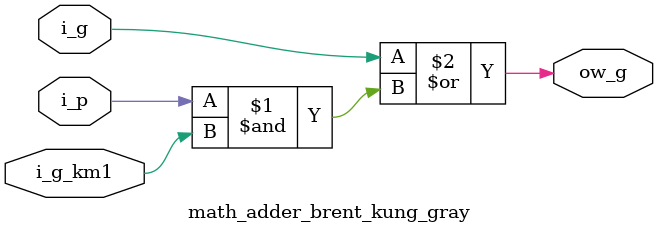
<source format=sv>
module math_adder_brent_kung_gray(
    input  logic  i_g,
    input  logic  i_p,
    input  logic  i_g_km1,
    output logic  ow_g
);

assign ow_g = i_g | ( i_p & i_g_km1 ) ;
endmodule

</source>
